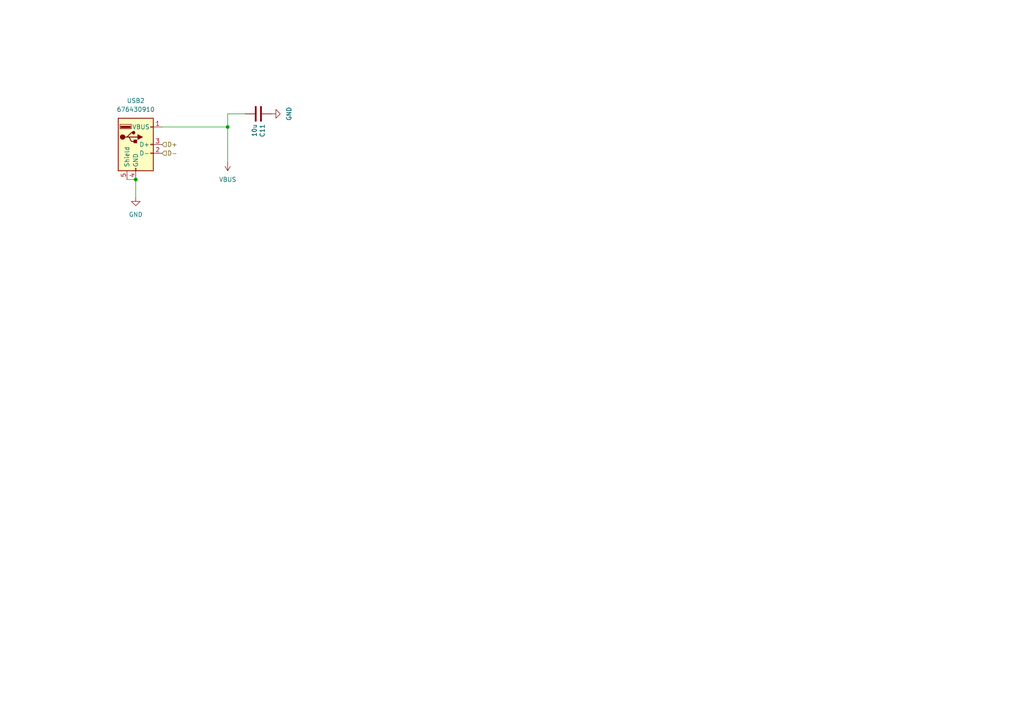
<source format=kicad_sch>
(kicad_sch (version 20231120) (generator "eeschema") (generator_version "8.0")
  (paper "A4")
  (title_block (title "VersaTerm") (date "2025-02-03") (rev "2.01") (company "Mikhail Matveev") (comment 1 "https://github.com/xtremespb/frank"))
  (lib_symbols
    (symbol "Connector:USB_A" (pin_names (offset 1.016))
      (property "Reference" "J" (at -5.08 11.43 0))
      (property "Value" "USB_A" (at -5.08 8.89 0))
      (symbol "USB_A_0_1"
        (rectangle (start -5.08 -7.62) (end 5.08 7.62) (stroke (width 0.254)) (fill (type background)))
        (circle (center -3.81 2.159) (radius 0.635) (stroke (width 0.254)) (fill (type outline)))
        (rectangle (start -1.524 4.826) (end -4.318 5.334) (fill (type outline)))
        (rectangle (start -1.27 4.572) (end -4.572 5.842))
        (circle (center -0.635 3.429) (radius 0.381) (stroke (width 0.254)) (fill (type outline)))
        (rectangle (start -0.127 -7.62) (end 0.127 -6.858))
        (polyline (pts (xy -3.175 2.159) (xy -2.54 2.159) (xy -1.27 3.429) (xy -0.635 3.429)) (stroke (width 0.254)))
        (polyline (pts (xy -2.54 2.159) (xy -1.905 2.159) (xy -1.27 0.889) (xy 0 0.889)) (stroke (width 0.254)))
        (polyline (pts (xy 0.635 2.794) (xy 0.635 1.524) (xy 1.905 2.159) (xy 0.635 2.794)) (stroke (width 0.254)) (fill (type outline)))
        (rectangle (start 0.254 1.27) (end -0.508 0.508) (stroke (width 0.254)) (fill (type outline)))
        (rectangle (start 5.08 -2.667) (end 4.318 -2.413))
        (rectangle (start 5.08 -0.127) (end 4.318 0.127))
        (rectangle (start 5.08 4.953) (end 4.318 5.207))
      )
      (symbol "USB_A_1_1"
        (polyline (pts (xy -1.905 2.159) (xy 0.635 2.159)) (stroke (width 0.254)))
        (pin power_in line (at 7.62 5.08 180) (length 2.54) (name "VBUS") (number "1"))
        (pin bidirectional line (at 7.62 -2.54 180) (length 2.54) (name "D-") (number "2"))
        (pin bidirectional line (at 7.62 0 180) (length 2.54) (name "D+") (number "3"))
        (pin power_in line (at 0 -10.16 90) (length 2.54) (name "GND") (number "4"))
        (pin passive line (at -2.54 -10.16 90) (length 2.54) (name "Shield") (number "5"))
      )
    )
    (symbol "Device:C" (pin_numbers hide) (pin_names (offset 0.254))
      (property "Reference" "C" (at 0.635 2.54 0))
      (property "Value" "C" (at 0.635 -2.54 0))
      (symbol "C_0_1"
        (polyline (pts (xy -2.032 -0.762) (xy 2.032 -0.762)) (stroke (width 0.508)))
        (polyline (pts (xy -2.032 0.762) (xy 2.032 0.762)) (stroke (width 0.508)))
      )
      (symbol "C_1_1"
        (pin passive line (at 0 3.81 270) (length 2.794) (name "~") (number "1"))
        (pin passive line (at 0 -3.81 90) (length 2.794) (name "~") (number "2"))
      )
    )
    (symbol "power:GND" (power) (pin_numbers hide) (pin_names (offset 0) hide)
      (property "Value" "GND" (at 0 -3.81 0))
      (symbol "GND_0_1"
        (polyline (pts (xy 0 0) (xy 0 -1.27) (xy 1.27 -1.27) (xy 0 -2.54) (xy -1.27 -1.27) (xy 0 -1.27)))
      )
      (symbol "GND_1_1"
        (pin power_in line (at 0 0 270) (length 0) (name "~") (number "1"))
      )
    )
    (symbol "power:VBUS" (power) (pin_numbers hide) (pin_names (offset 0) hide)
      (property "Value" "VBUS" (at 0 3.556 0))
      (symbol "VBUS_0_1"
        (polyline (pts (xy -0.762 1.27) (xy 0 2.54)))
        (polyline (pts (xy 0 0) (xy 0 2.54)))
        (polyline (pts (xy 0 2.54) (xy 0.762 1.27)))
      )
      (symbol "VBUS_1_1"
        (pin power_in line (at 0 0 90) (length 0) (name "~") (number "1"))
      )
    )
  )
  (junction (at 66.04 36.83))
  (junction (at 39.37 52.07))
  (wire (pts (xy 39.37 52.07) (xy 39.37 57.15)))
  (wire (pts (xy 66.04 33.02) (xy 71.12 33.02)))
  (wire (pts (xy 36.83 52.07) (xy 39.37 52.07)))
  (wire (pts (xy 66.04 46.99) (xy 66.04 36.83)))
  (wire (pts (xy 46.99 36.83) (xy 66.04 36.83)))
  (wire (pts (xy 66.04 33.02) (xy 66.04 36.83)))
  (hierarchical_label "D-" (shape input) (at 46.99 44.45 0))
  (hierarchical_label "D+" (shape input) (at 46.99 41.91 0))
  (symbol (lib_id "Device:C") (at 74.93 33.02 270) (unit 1)
    (property "Reference" "C11" (at 76.0984 35.941 0) (effects (justify left)))
    (property "Value" "10u" (at 73.787 35.941 0) (effects (justify left)))
    (property "Footprint" "FRANK:Capacitor (0805)" (effects (hide yes)))
    (property "Datasheet" "https://eu.mouser.com/datasheet/2/40/KGM_X7R-3223212.pdf" (effects (hide yes)))
    (property "AliExpress" "https://www.aliexpress.com/item/33008008276.html" (effects (hide yes)))
  )
  (symbol (lib_id "power:VBUS") (at 66.04 46.99 180) (unit 1)
    (property "Reference" "#PWR031" (effects (hide yes)))
    (property "Value" "VBUS" (at 66.04 52.07 0))
    (property "Description" "Power symbol creates a global label with name \"VBUS\"" (effects (hide yes)))
  )
  (symbol (lib_id "power:GND") (at 39.37 57.15 0) (unit 1)
    (property "Reference" "#PWR032" (effects (hide yes)))
    (property "Value" "GND" (at 39.37 62.23 0))
    (property "Description" "Power symbol creates a global label with name \"GND\" , ground" (effects (hide yes)))
  )
  (symbol (lib_id "Connector:USB_A") (at 39.37 41.91 0) (unit 1)
    (property "Reference" "USB2" (at 39.37 29.21 0))
    (property "Value" "676430910" (at 39.37 31.75 0))
    (property "Footprint" "FRANK:USB Type A (single)" (effects (hide yes)))
    (property "Description" "USB Type A connector" (effects (hide yes)))
  )
  (symbol (lib_id "power:GND") (at 78.74 33.02 90) (unit 1)
    (property "Reference" "#PWR030" (effects (hide yes)))
    (property "Value" "GND" (at 83.82 33.02 0))
    (property "Description" "Power symbol creates a global label with name \"GND\" , ground" (effects (hide yes)))
  )
)
</source>
